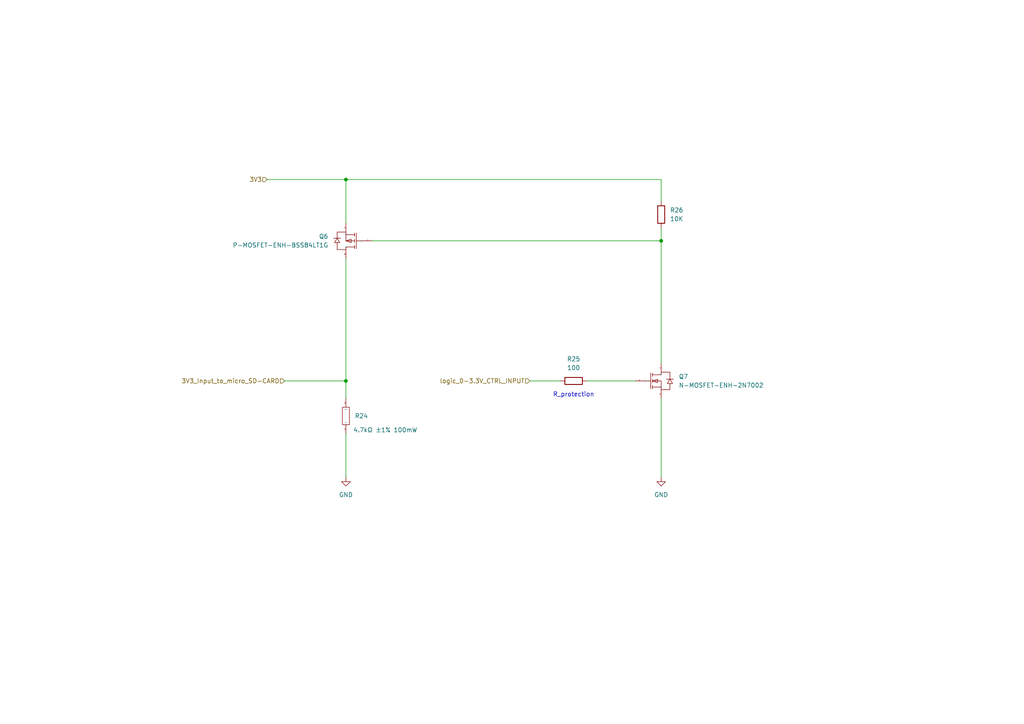
<source format=kicad_sch>
(kicad_sch (version 20250114) (generator "eeschema") (generator_version "9.0")
  (paper "A4")
  (lib_symbols
    (symbol "Device:R" (pin_numbers (hide yes)) (pin_names (offset 0))
      (property "Reference" "R" (at 2.032 0 90))
      (property "Value" "R" (at 0 0 90))
      (symbol "R_0_1"
        (rectangle (start -1.016 -2.54) (end 1.016 2.54) (stroke (width 0.254)))
      )
      (symbol "R_1_1"
        (pin passive line (at 0 3.81 270) (length 1.27) (name "~") (number "1"))
        (pin passive line (at 0 -3.81 90) (length 1.27) (name "~") (number "2"))
      )
    )
    (symbol "GND_1" (power) (pin_numbers (hide yes)) (pin_names (offset 0) (hide yes))
      (property "Value" "GND" (at 0 -3.81 0))
      (symbol "GND_1_0_1"
        (polyline (pts (xy 0 0) (xy 0 -1.27) (xy 1.27 -1.27) (xy 0 -2.54) (xy -1.27 -1.27) (xy 0 -1.27)))
      )
      (symbol "GND_1_1_1"
        (pin power_in line (at 0 0 270) (length 0) (name "~") (number "1"))
      )
    )
    (symbol "My_Personal_Symbols_Library:0603WAF4701T5E"
      (property "Reference" "R" (at 0 0 0))
      (symbol "0603WAF4701T5E_1_0"
        (rectangle (start -2.54 1.016) (end 2.54 -1.016))
        (pin passive line (at -5.08 0 0) (length 2.54) (name "1") (number "1"))
        (pin passive line (at 5.08 0 180) (length 2.54) (name "2") (number "2"))
      )
    )
    (symbol "My_Personal_Symbols_Library:2N7002"
      (property "Reference" "Q" (at -2.286 4.826 0))
      (symbol "2N7002_1_0"
        (polyline (pts (xy -2.54 0) (xy -0.508 0)))
        (polyline (pts (xy -0.508 2.286) (xy -0.508 -2.286)))
        (polyline (pts (xy 0 2.286) (xy 0 1.27)))
        (polyline (pts (xy 0 1.778) (xy 2.54 1.778) (xy 2.54 1.778) (xy 2.54 2.54) (xy 2.54 2.54) (xy 5.08 2.54) (xy 5.08 2.54) (xy 5.08 0.508)))
        (polyline (pts (xy 0 0) (xy 1.524 -0.508) (xy 1.524 -0.508) (xy 1.524 0.508) (xy 1.524 0.508) (xy 0 0)))
        (polyline (pts (xy 0 0) (xy 2.54 0) (xy 2.54 0) (xy 2.54 -2.54) (xy 2.54 -2.54) (xy 5.08 -2.54) (xy 5.08 -2.54) (xy 5.08 -0.762)))
        (polyline (pts (xy 0 -0.508) (xy 0 0.508)))
        (polyline (pts (xy 0 -2.286) (xy 0 -1.27)))
        (polyline (pts (xy 2.54 -1.778) (xy 0 -1.778)))
        (polyline (pts (xy 5.08 0.508) (xy 4.318 -0.762) (xy 4.318 -0.762) (xy 5.842 -0.762) (xy 5.842 -0.762) (xy 5.08 0.508)))
        (polyline (pts (xy 6.096 0.508) (xy 5.588 0.508) (xy 5.588 0.508) (xy 4.572 0.508) (xy 4.572 0.508) (xy 4.064 0.508)))
        (pin input line (at -5.08 0 0) (length 2.54) (name "G") (number "1"))
        (pin input line (at 2.54 5.08 270) (length 2.54) (name "D") (number "3"))
        (pin input line (at 2.54 -5.08 90) (length 2.54) (name "S") (number "2"))
      )
    )
    (symbol "My_Personal_Symbols_Library:BSS84LT1G"
      (property "Reference" "Q" (at -1.778 4.064 0))
      (symbol "BSS84LT1G_1_0"
        (polyline (pts (xy -2.54 0) (xy -0.508 0)))
        (polyline (pts (xy -0.508 2.286) (xy -0.508 -2.286)))
        (polyline (pts (xy 0 2.286) (xy 0 1.27)))
        (polyline (pts (xy 0 1.778) (xy 2.54 1.778) (xy 2.54 1.778) (xy 2.54 2.54) (xy 2.54 2.54) (xy 5.08 2.54) (xy 5.08 2.54) (xy 5.08 0.508)))
        (polyline (pts (xy 0 0) (xy 2.54 0) (xy 2.54 0) (xy 2.54 -2.54) (xy 2.54 -2.54) (xy 5.08 -2.54) (xy 5.08 -2.54) (xy 5.08 -0.762)))
        (polyline (pts (xy 0 -0.508) (xy 0 0.508)))
        (polyline (pts (xy 0 -2.286) (xy 0 -1.27)))
        (polyline (pts (xy 2.54 0) (xy 1.016 0.508) (xy 1.016 0.508) (xy 1.016 -0.508) (xy 1.016 -0.508) (xy 2.54 0)))
        (polyline (pts (xy 2.54 -1.778) (xy 0 -1.778)))
        (polyline (pts (xy 4.064 -0.762) (xy 4.572 -0.762) (xy 4.572 -0.762) (xy 5.588 -0.762) (xy 5.588 -0.762) (xy 6.096 -0.762)))
        (polyline (pts (xy 5.08 -0.762) (xy 5.842 0.508) (xy 5.842 0.508) (xy 4.318 0.508) (xy 4.318 0.508) (xy 5.08 -0.762)))
        (pin passive line (at -5.08 0 0) (length 2.54) (name "G") (number "1"))
        (pin passive line (at 2.54 5.08 270) (length 2.54) (name "D") (number "3"))
        (pin passive line (at 2.54 -5.08 90) (length 2.54) (name "S") (number "2"))
      )
    )
  )
  (text "R_protection" (at 166.37 114.554 0) (effects (font (size 1.27 1.27))))
  (junction (at 100.33 110.49))
  (junction (at 191.77 69.85))
  (junction (at 100.33 52.07))
  (wire (pts (xy 153.67 110.49) (xy 162.56 110.49)))
  (wire (pts (xy 191.77 69.85) (xy 191.77 105.41)))
  (wire (pts (xy 100.33 74.93) (xy 100.33 110.49)))
  (wire (pts (xy 170.18 110.49) (xy 184.15 110.49)))
  (wire (pts (xy 191.77 69.85) (xy 191.77 66.04)))
  (wire (pts (xy 100.33 52.07) (xy 191.77 52.07)))
  (wire (pts (xy 100.33 110.49) (xy 100.33 115.57)))
  (wire (pts (xy 191.77 115.57) (xy 191.77 138.43)))
  (wire (pts (xy 100.33 52.07) (xy 100.33 64.77)))
  (wire (pts (xy 107.95 69.85) (xy 191.77 69.85)))
  (wire (pts (xy 82.55 110.49) (xy 100.33 110.49)))
  (wire (pts (xy 191.77 52.07) (xy 191.77 58.42)))
  (wire (pts (xy 77.47 52.07) (xy 100.33 52.07)))
  (wire (pts (xy 100.33 125.73) (xy 100.33 138.43)))
  (hierarchical_label "3V3_Input_to_micro_SD-CARD" (shape input) (at 82.55 110.49 180))
  (hierarchical_label "3V3" (shape input) (at 77.47 52.07 180))
  (hierarchical_label "logic_0-3.3V_CTRL_INPUT" (shape input) (at 153.67 110.49 180))
  (symbol (lib_name "GND_1") (lib_id "power:GND") (at 191.77 138.43 0) (unit 1)
    (property "Reference" "#PWR063" (effects (hide yes)))
    (property "Value" "GND" (at 191.77 143.51 0))
    (property "Description" "Power symbol creates a global label with name \"GND\" , ground" (effects (hide yes)))
  )
  (symbol (lib_id "My_Personal_Symbols_Library:0603WAF4701T5E") (at 100.33 120.65 90) (unit 1)
    (property "Reference" "R24" (at 102.87 120.6499 90) (effects (justify right)))
    (property "Value" "4.7kΩ ±1% 100mW" (at 111.76 124.714 90))
    (property "Footprint" "Soleidon_foot:R0603" (effects (hide yes)))
    (property "Datasheet" "https://atta.szlcsc.com/upload/public/pdf/source/20200306/C422600_1E6D84923E4A46A82E41ADD87F860B5C.pdf" (effects (hide yes)))
    (property "Description" "Type:Thick Film Resistors Resistance:4.7kΩ Tolerance:±1% Tolerance:±1% Power(Watts): Overload Voltage (Max): Temperature Coefficient:±100ppm/°C Temperature Coefficient:±100ppm/°C Operating Temperature Range:-55°C~+155°C Operating Temperature Range:-55°C~+155°C" (effects (hide yes)))
    (property "Manufacturer Part" "0603WAF4701T5E" (effects (hide yes)))
    (property "Manufacturer" "UNI-ROYAL(厚声)" (effects (hide yes)))
    (property "Supplier Part" "C23162" (effects (hide yes)))
    (property "Supplier" "LCSC" (effects (hide yes)))
    (property "LCSC Part Name" "4.7kΩ ±1% 100mW" (effects (hide yes)))
  )
  (symbol (lib_name "GND_1") (lib_id "power:GND") (at 100.33 138.43 0) (unit 1)
    (property "Reference" "#PWR062" (effects (hide yes)))
    (property "Value" "GND" (at 100.33 143.51 0))
    (property "Description" "Power symbol creates a global label with name \"GND\" , ground" (effects (hide yes)))
  )
  (symbol (lib_id "My_Personal_Symbols_Library:2N7002") (at 189.23 110.49 0) (unit 1)
    (property "Reference" "Q7" (at 196.85 109.2199 0) (effects (justify left)))
    (property "Value" "N-MOSFET-ENH-2N7002" (at 196.85 111.7599 0) (effects (justify left)))
    (property "Footprint" "Soleidon_foot:SOT-23-3_L2.9-W1.3-P1.90-LS2.4-BR_2N7002" (effects (hide yes)))
    (property "Datasheet" "https://atta.szlcsc.com/upload/public/pdf/source/20171228/C164913_15144413269051213916.pdf" (effects (hide yes)))
    (property "Description" "Type:1 N-Channel Drain Source Voltage (Vdss): Continuous Drain Current (Id): Drain Source On Resistance (RDS(on)@Vgs,Id):5Ω@10V Power Dissipation (Pd):225mW Gate Threshold Voltage (Vgs(th)@Id):2.5V@250uA Input Capacitance (Ciss@Vds):50pF Reverse Transfer" (effects (hide yes)))
    (property "Manufacturer Part" "2N7002" (effects (hide yes)))
    (property "Manufacturer" "CJ(江苏长电/长晶)" (effects (hide yes)))
    (property "Supplier Part" "C8545" (effects (hide yes)))
    (property "Supplier" "LCSC" (effects (hide yes)))
    (property "LCSC Part Name" "1个N沟道 耐压:60V 电流:115mA" (effects (hide yes)))
  )
  (symbol (lib_id "Device:R") (at 191.77 62.23 180) (unit 1)
    (property "Reference" "R26" (at 194.31 60.9599 0) (effects (justify right)))
    (property "Value" "10K" (at 194.31 63.4999 0) (effects (justify right)))
    (property "Footprint" "Resistor_SMD:R_0805_2012Metric_Pad1.20x1.40mm_HandSolder" (effects (hide yes)))
    (property "REF" "C17414" (effects (hide yes)))
  )
  (symbol (lib_id "My_Personal_Symbols_Library:BSS84LT1G") (at 102.87 69.85 180) (unit 1)
    (property "Reference" "Q6" (at 95.25 68.5799 0) (effects (justify left)))
    (property "Value" "P-MOSFET-ENH-BSS84LT1G" (at 95.25 71.1199 0) (effects (justify left)))
    (property "Footprint" "Soleidon_foot:BSS84_SOT-23-3_L2.9-W1.6-P1.90-LS2.8-BR" (effects (hide yes)))
    (property "Datasheet" "https://atta.szlcsc.com/upload/public/pdf/source/20160910/1473490307635.PDF" (effects (hide yes)))
    (property "Description" "Type:1个PChannel Drain Source Voltage (Vdss): Continuous Drain Current (Id): Power Dissipation (Pd): Drain Source On Resistance (RDS(on)@Vgs,Id):10Ω@5V,100mA Gate Threshold Voltage (Vgs(th)@Id):2V@250uA Input Capacitance (Ciss@Vds):30pF@5V Operating Temper" (effects (hide yes)))
    (property "Manufacturer Part" "BSS84LT1G" (effects (hide yes)))
    (property "Manufacturer" "onsemi(安森美)" (effects (hide yes)))
    (property "Supplier Part" "C82079" (effects (hide yes)))
    (property "Supplier" "LCSC" (effects (hide yes)))
    (property "LCSC Part Name" "1个P沟道 耐压:50V 电流:130mA" (effects (hide yes)))
  )
  (symbol (lib_id "Device:R") (at 166.37 110.49 270) (unit 1)
    (property "Reference" "R25" (at 166.37 104.14 90))
    (property "Value" "100" (at 166.37 106.68 90))
    (property "Footprint" "Resistor_SMD:R_0805_2012Metric_Pad1.20x1.40mm_HandSolder" (effects (hide yes)))
    (property "REF" "C17408" (effects (hide yes)))
  )
)
</source>
